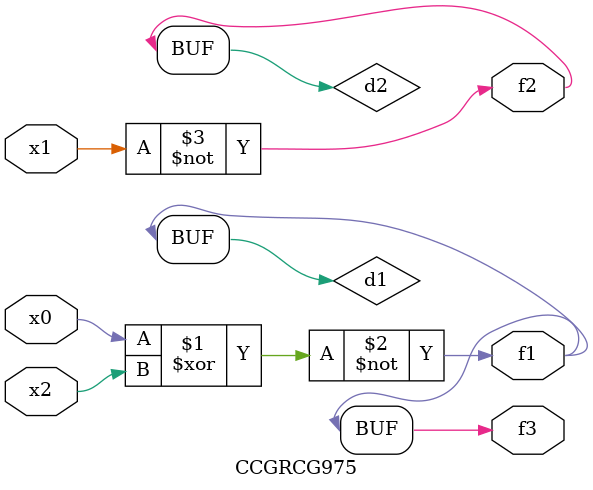
<source format=v>
module CCGRCG975(
	input x0, x1, x2,
	output f1, f2, f3
);

	wire d1, d2, d3;

	xnor (d1, x0, x2);
	nand (d2, x1);
	nor (d3, x1, x2);
	assign f1 = d1;
	assign f2 = d2;
	assign f3 = d1;
endmodule

</source>
